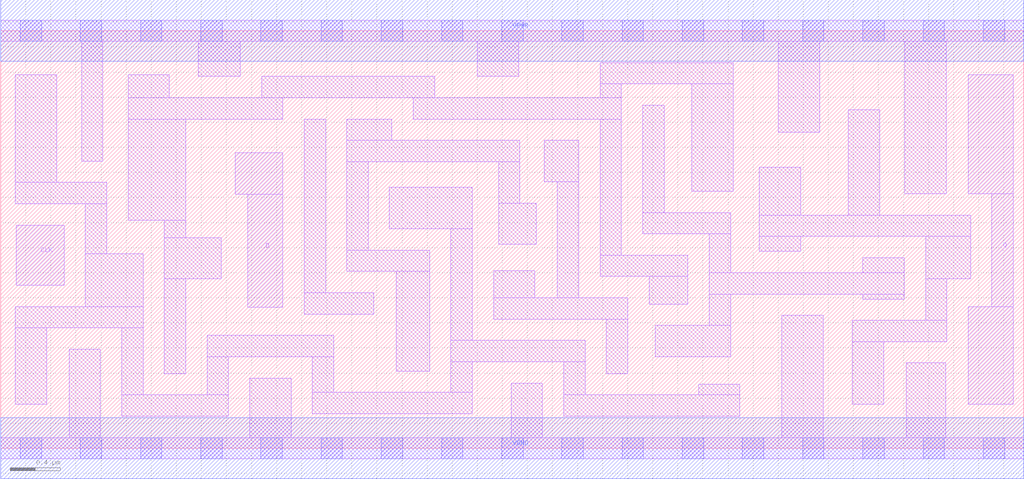
<source format=lef>
# Copyright 2020 The SkyWater PDK Authors
#
# Licensed under the Apache License, Version 2.0 (the "License");
# you may not use this file except in compliance with the License.
# You may obtain a copy of the License at
#
#     https://www.apache.org/licenses/LICENSE-2.0
#
# Unless required by applicable law or agreed to in writing, software
# distributed under the License is distributed on an "AS IS" BASIS,
# WITHOUT WARRANTIES OR CONDITIONS OF ANY KIND, either express or implied.
# See the License for the specific language governing permissions and
# limitations under the License.
#
# SPDX-License-Identifier: Apache-2.0

VERSION 5.7 ;
  NAMESCASESENSITIVE ON ;
  NOWIREEXTENSIONATPIN ON ;
  DIVIDERCHAR "/" ;
  BUSBITCHARS "[]" ;
UNITS
  DATABASE MICRONS 200 ;
END UNITS
MACRO sky130_fd_sc_ls__dfxtp_1
  CLASS CORE ;
  SOURCE USER ;
  FOREIGN sky130_fd_sc_ls__dfxtp_1 ;
  ORIGIN  0.000000  0.000000 ;
  SIZE  8.160000 BY  3.330000 ;
  SYMMETRY X Y ;
  SITE unit ;
  PIN D
    ANTENNAGATEAREA  0.126000 ;
    DIRECTION INPUT ;
    USE SIGNAL ;
    PORT
      LAYER li1 ;
        RECT 1.870000 2.025000 2.250000 2.355000 ;
        RECT 1.970000 1.125000 2.250000 2.025000 ;
    END
  END D
  PIN Q
    ANTENNADIFFAREA  0.541300 ;
    DIRECTION OUTPUT ;
    USE SIGNAL ;
    PORT
      LAYER li1 ;
        RECT 7.715000 0.350000 8.075000 1.130000 ;
        RECT 7.715000 2.030000 8.075000 2.980000 ;
        RECT 7.905000 1.130000 8.075000 2.030000 ;
    END
  END Q
  PIN CLK
    ANTENNAGATEAREA  0.279000 ;
    DIRECTION INPUT ;
    USE CLOCK ;
    PORT
      LAYER li1 ;
        RECT 0.125000 1.300000 0.505000 1.780000 ;
    END
  END CLK
  PIN VGND
    DIRECTION INOUT ;
    SHAPE ABUTMENT ;
    USE GROUND ;
    PORT
      LAYER met1 ;
        RECT 0.000000 -0.245000 8.160000 0.245000 ;
    END
  END VGND
  PIN VPWR
    DIRECTION INOUT ;
    SHAPE ABUTMENT ;
    USE POWER ;
    PORT
      LAYER met1 ;
        RECT 0.000000 3.085000 8.160000 3.575000 ;
    END
  END VPWR
  OBS
    LAYER li1 ;
      RECT 0.000000 -0.085000 8.160000 0.085000 ;
      RECT 0.000000  3.245000 8.160000 3.415000 ;
      RECT 0.115000  0.350000 0.365000 0.960000 ;
      RECT 0.115000  0.960000 1.135000 1.130000 ;
      RECT 0.115000  1.950000 0.845000 2.120000 ;
      RECT 0.115000  2.120000 0.445000 2.980000 ;
      RECT 0.545000  0.085000 0.795000 0.790000 ;
      RECT 0.645000  2.290000 0.815000 3.245000 ;
      RECT 0.675000  1.130000 1.135000 1.550000 ;
      RECT 0.675000  1.550000 0.845000 1.950000 ;
      RECT 0.965000  0.255000 1.815000 0.425000 ;
      RECT 0.965000  0.425000 1.135000 0.960000 ;
      RECT 1.015000  1.820000 1.475000 2.625000 ;
      RECT 1.015000  2.625000 2.250000 2.795000 ;
      RECT 1.015000  2.795000 1.345000 2.980000 ;
      RECT 1.305000  0.595000 1.475000 1.350000 ;
      RECT 1.305000  1.350000 1.760000 1.680000 ;
      RECT 1.305000  1.680000 1.475000 1.820000 ;
      RECT 1.575000  2.965000 1.910000 3.245000 ;
      RECT 1.645000  0.425000 1.815000 0.730000 ;
      RECT 1.645000  0.730000 2.655000 0.900000 ;
      RECT 1.985000  0.085000 2.315000 0.560000 ;
      RECT 2.080000  2.795000 3.460000 2.965000 ;
      RECT 2.420000  1.070000 2.975000 1.240000 ;
      RECT 2.420000  1.240000 2.590000 2.625000 ;
      RECT 2.485000  0.275000 3.760000 0.445000 ;
      RECT 2.485000  0.445000 2.655000 0.730000 ;
      RECT 2.760000  1.410000 3.420000 1.580000 ;
      RECT 2.760000  1.580000 2.930000 2.285000 ;
      RECT 2.760000  2.285000 4.140000 2.455000 ;
      RECT 2.760000  2.455000 3.120000 2.625000 ;
      RECT 3.100000  1.750000 3.760000 2.080000 ;
      RECT 3.155000  0.615000 3.420000 1.410000 ;
      RECT 3.290000  2.625000 4.950000 2.795000 ;
      RECT 3.590000  0.445000 3.760000 0.690000 ;
      RECT 3.590000  0.690000 4.660000 0.860000 ;
      RECT 3.590000  0.860000 3.760000 1.750000 ;
      RECT 3.800000  2.965000 4.130000 3.245000 ;
      RECT 3.930000  1.030000 5.000000 1.200000 ;
      RECT 3.930000  1.200000 4.260000 1.415000 ;
      RECT 3.970000  1.625000 4.270000 1.955000 ;
      RECT 3.970000  1.955000 4.140000 2.285000 ;
      RECT 4.070000  0.085000 4.320000 0.520000 ;
      RECT 4.335000  2.125000 4.610000 2.455000 ;
      RECT 4.440000  1.200000 4.610000 2.125000 ;
      RECT 4.490000  0.255000 5.895000 0.425000 ;
      RECT 4.490000  0.425000 4.660000 0.690000 ;
      RECT 4.780000  1.370000 5.480000 1.540000 ;
      RECT 4.780000  1.540000 4.950000 2.625000 ;
      RECT 4.780000  2.795000 4.950000 2.905000 ;
      RECT 4.780000  2.905000 5.840000 3.075000 ;
      RECT 4.830000  0.595000 5.000000 1.030000 ;
      RECT 5.120000  1.710000 5.820000 1.880000 ;
      RECT 5.120000  1.880000 5.290000 2.735000 ;
      RECT 5.170000  1.150000 5.480000 1.370000 ;
      RECT 5.220000  0.730000 5.820000 0.980000 ;
      RECT 5.510000  2.050000 5.840000 2.905000 ;
      RECT 5.565000  0.425000 5.895000 0.510000 ;
      RECT 5.650000  0.980000 5.820000 1.230000 ;
      RECT 5.650000  1.230000 7.205000 1.400000 ;
      RECT 5.650000  1.400000 5.820000 1.710000 ;
      RECT 6.050000  1.570000 6.380000 1.690000 ;
      RECT 6.050000  1.690000 7.735000 1.860000 ;
      RECT 6.050000  1.860000 6.380000 2.240000 ;
      RECT 6.200000  2.520000 6.530000 3.245000 ;
      RECT 6.230000  0.085000 6.560000 1.060000 ;
      RECT 6.760000  1.860000 7.010000 2.700000 ;
      RECT 6.790000  0.350000 7.040000 0.850000 ;
      RECT 6.790000  0.850000 7.545000 1.020000 ;
      RECT 6.875000  1.190000 7.205000 1.230000 ;
      RECT 6.875000  1.400000 7.205000 1.520000 ;
      RECT 7.210000  2.030000 7.540000 3.245000 ;
      RECT 7.220000  0.085000 7.535000 0.680000 ;
      RECT 7.375000  1.020000 7.545000 1.350000 ;
      RECT 7.375000  1.350000 7.735000 1.690000 ;
    LAYER mcon ;
      RECT 0.155000 -0.085000 0.325000 0.085000 ;
      RECT 0.155000  3.245000 0.325000 3.415000 ;
      RECT 0.635000 -0.085000 0.805000 0.085000 ;
      RECT 0.635000  3.245000 0.805000 3.415000 ;
      RECT 1.115000 -0.085000 1.285000 0.085000 ;
      RECT 1.115000  3.245000 1.285000 3.415000 ;
      RECT 1.595000 -0.085000 1.765000 0.085000 ;
      RECT 1.595000  3.245000 1.765000 3.415000 ;
      RECT 2.075000 -0.085000 2.245000 0.085000 ;
      RECT 2.075000  3.245000 2.245000 3.415000 ;
      RECT 2.555000 -0.085000 2.725000 0.085000 ;
      RECT 2.555000  3.245000 2.725000 3.415000 ;
      RECT 3.035000 -0.085000 3.205000 0.085000 ;
      RECT 3.035000  3.245000 3.205000 3.415000 ;
      RECT 3.515000 -0.085000 3.685000 0.085000 ;
      RECT 3.515000  3.245000 3.685000 3.415000 ;
      RECT 3.995000 -0.085000 4.165000 0.085000 ;
      RECT 3.995000  3.245000 4.165000 3.415000 ;
      RECT 4.475000 -0.085000 4.645000 0.085000 ;
      RECT 4.475000  3.245000 4.645000 3.415000 ;
      RECT 4.955000 -0.085000 5.125000 0.085000 ;
      RECT 4.955000  3.245000 5.125000 3.415000 ;
      RECT 5.435000 -0.085000 5.605000 0.085000 ;
      RECT 5.435000  3.245000 5.605000 3.415000 ;
      RECT 5.915000 -0.085000 6.085000 0.085000 ;
      RECT 5.915000  3.245000 6.085000 3.415000 ;
      RECT 6.395000 -0.085000 6.565000 0.085000 ;
      RECT 6.395000  3.245000 6.565000 3.415000 ;
      RECT 6.875000 -0.085000 7.045000 0.085000 ;
      RECT 6.875000  3.245000 7.045000 3.415000 ;
      RECT 7.355000 -0.085000 7.525000 0.085000 ;
      RECT 7.355000  3.245000 7.525000 3.415000 ;
      RECT 7.835000 -0.085000 8.005000 0.085000 ;
      RECT 7.835000  3.245000 8.005000 3.415000 ;
  END
END sky130_fd_sc_ls__dfxtp_1
END LIBRARY

</source>
